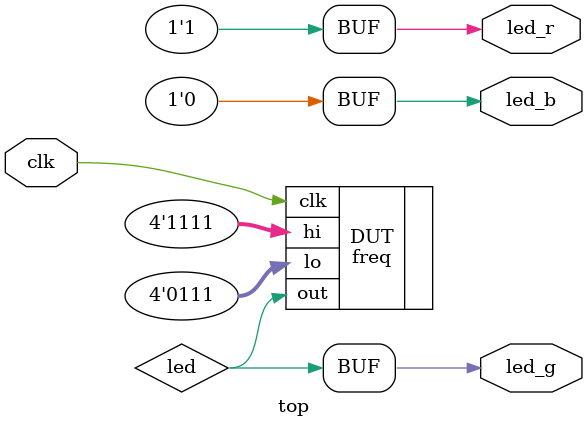
<source format=v>

`default_nettype none

module top #(
  parameter         CLK_FREQ = 183      // clock frequency
) (
  input             clk,                // input clock
  output            led_r,              // red LED signal
  output            led_g,              // green LED signal
  output            led_b               // blue LED signal
);

  // instantiate device-under-test
  wire led;
  freq #(
    .N_CNT(4)
  ) DUT (
    .clk(clk),
    .lo(4'h7),
    .hi(4'hF),
    .out(led)
  );

  assign led_r = 1'b1;
  assign led_g = led;
  assign led_b = 1'b0;

endmodule

</source>
